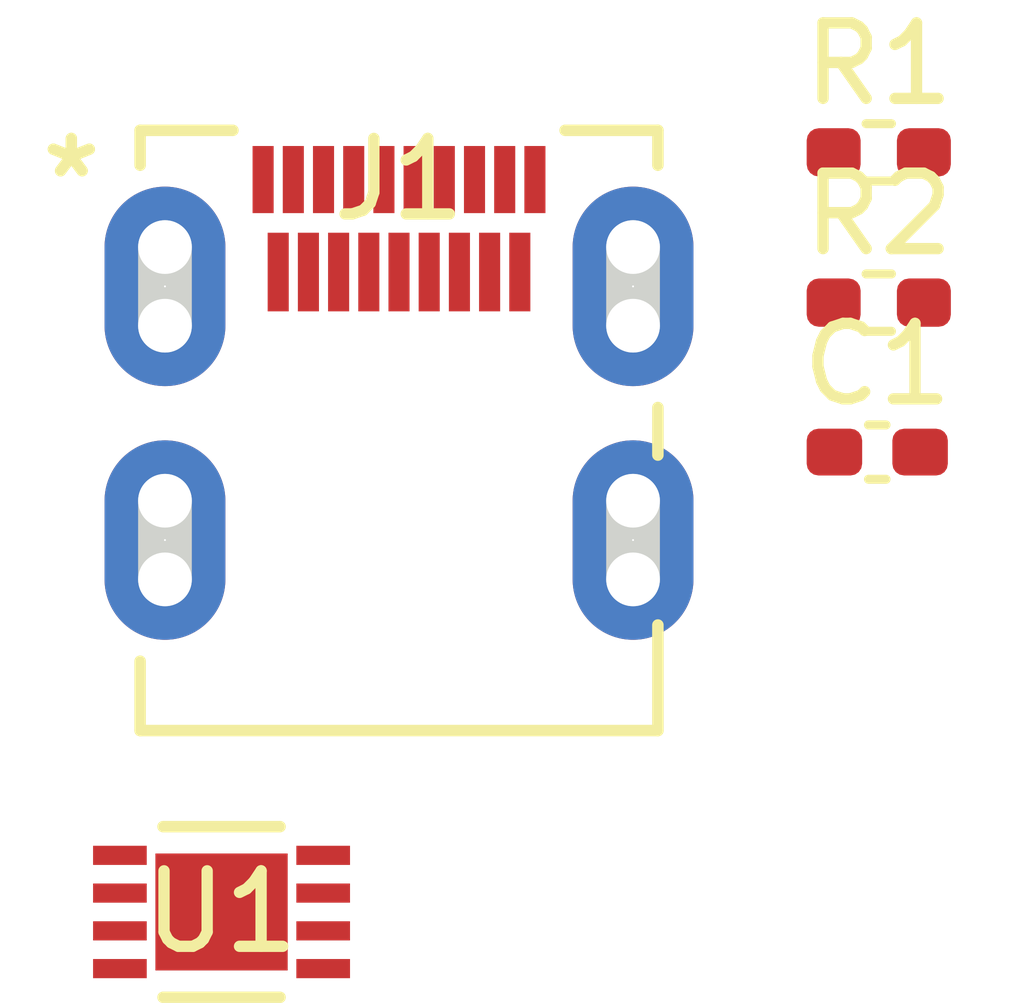
<source format=kicad_pcb>
(kicad_pcb (version 20240108) (generator "pcbnew") (generator_version "8.0")
  (layers (0 "F.Cu" signal) (31 "B.Cu" signal) (34 "B.Paste" user) (35 "F.Paste" user) (36 "B.SilkS" user "B.Silkscreen") (37 "F.SilkS" user "F.Silkscreen") (38 "B.Mask" user) (39 "F.Mask" user) (44 "Edge.Cuts" user))
  (net 0 "")
  (net 1 "+3.3V")
  (net 2 "GND")
  (net 22 "Net-(U1-SDA)")
  (net 23 "Net-(U1-SCL)")
  (footprint "Resistor_SMD:R_0402_1005Metric_Pad0.72x0.64mm_HandSolder" (layer "F.Cu") (at 143.9525 77.53)
    (property "Reference" "R1" (at 0 -1.17 0) (layer "F.SilkS"))
    (property "Value" "4.7k")
    (fp_line (start -0.167621 -0.38) (end 0.167621 -0.38) (stroke (width 0.12)) (layer "F.SilkS"))
    (fp_line (start -0.167621 0.38) (end 0.167621 0.38) (stroke (width 0.12)) (layer "F.SilkS"))
    (pad "1" smd roundrect (at -0.5975 0) (size 0.715 0.64) (layers "F.Cu" "F.Paste" "F.Mask") (net 1 "+3.3V"))
    (pad "2" smd roundrect (at 0.5975 0) (size 0.715 0.64) (layers "F.Cu" "F.Paste" "F.Mask") (net 22 "Net-(U1-SDA)"))
  )
  (footprint "Capacitor_SMD:C_0402_1005Metric_Pad0.74x0.62mm_HandSolder" (layer "F.Cu") (at 143.9325 81.5)
    (property "Reference" "C1" (at 0 -1.16 0) (layer "F.SilkS"))
    (property "Value" "10uF")
    (fp_line (start -0.115835 -0.36) (end 0.115835 -0.36) (stroke (width 0.12)) (layer "F.SilkS"))
    (fp_line (start -0.115835 0.36) (end 0.115835 0.36) (stroke (width 0.12)) (layer "F.SilkS"))
    (pad "1" smd roundrect (at -0.5675 0) (size 0.735 0.62) (layers "F.Cu" "F.Paste" "F.Mask") (net 2 "GND"))
    (pad "2" smd roundrect (at 0.5675 0) (size 0.735 0.62) (layers "F.Cu" "F.Paste" "F.Mask") (net 1 "+3.3V"))
  )
  (footprint "1_custom_library:DFN8_2x3MC_MCH-L" (layer "F.Cu") (at 135.2471 87.5915)
    (property "Reference" "U1" (at 0 0 0) (layer "F.SilkS"))
    (property "Value" "24LC32")
    (fp_line (start -0.774833 1.1303) (end 0.774833 1.1303) (stroke (width 0.1524)) (layer "F.SilkS"))
    (fp_line (start 0.774833 -1.1303) (end -0.774833 -1.1303) (stroke (width 0.1524)) (layer "F.SilkS"))
    (pad "1" smd rect (at -1.3462 -0.750001) (size 0.7112 0.254) (layers "F.Cu" "F.Paste" "F.Mask") (net 2 "GND"))
    (pad "2" smd rect (at -1.3462 -0.25) (size 0.7112 0.254) (layers "F.Cu" "F.Paste" "F.Mask") (net 2 "GND"))
    (pad "3" smd rect (at -1.3462 0.25) (size 0.7112 0.254) (layers "F.Cu" "F.Paste" "F.Mask") (net 2 "GND"))
    (pad "4" smd rect (at -1.3462 0.750001) (size 0.7112 0.254) (layers "F.Cu" "F.Paste" "F.Mask") (net 2 "GND"))
    (pad "5" smd rect (at 1.3462 0.750001) (size 0.7112 0.254) (layers "F.Cu" "F.Paste" "F.Mask") (net 22 "Net-(U1-SDA)"))
    (pad "6" smd rect (at 1.3462 0.25) (size 0.7112 0.254) (layers "F.Cu" "F.Paste" "F.Mask") (net 23 "Net-(U1-SCL)"))
    (pad "7" smd rect (at 1.3462 -0.25) (size 0.7112 0.254) (layers "F.Cu" "F.Paste" "F.Mask") (net 2 "GND"))
    (pad "8" smd rect (at 1.3462 -0.750001) (size 0.7112 0.254) (layers "F.Cu" "F.Paste" "F.Mask") (net 1 "+3.3V"))
    (pad "9" smd rect (at 0 0) (size 1.7526 1.5494) (layers "F.Cu" "F.Paste" "F.Mask"))
  )
  (footprint "Resistor_SMD:R_0402_1005Metric_Pad0.72x0.64mm_HandSolder" (layer "F.Cu") (at 143.9525 79.52)
    (property "Reference" "R2" (at 0 -1.17 0) (layer "F.SilkS"))
    (property "Value" "4.7k")
    (fp_line (start -0.167621 -0.38) (end 0.167621 -0.38) (stroke (width 0.12)) (layer "F.SilkS"))
    (fp_line (start -0.167621 0.38) (end 0.167621 0.38) (stroke (width 0.12)) (layer "F.SilkS"))
    (pad "1" smd roundrect (at -0.5975 0) (size 0.715 0.64) (layers "F.Cu" "F.Paste" "F.Mask") (net 1 "+3.3V"))
    (pad "2" smd roundrect (at 0.5975 0) (size 0.715 0.64) (layers "F.Cu" "F.Paste" "F.Mask") (net 23 "Net-(U1-SCL)"))
  )
  (footprint "1_custom_library:46765-1001_MOL" (layer "F.Cu") (at 137.5978 81.2133)
    (property "Reference" "J1" (at 0 -3.3231 0) (layer "F.SilkS"))
    (property "Value" "HDMI_D_1.4")
    (fp_line (start -3.429 -3.9751) (end -3.429 -3.512814) (stroke (width 0.1524)) (layer "F.SilkS"))
    (fp_line (start -3.429 3.056613) (end -3.429 3.9751) (stroke (width 0.1524)) (layer "F.SilkS"))
    (fp_line (start -3.429 3.9751) (end 3.429 3.9751) (stroke (width 0.1524)) (layer "F.SilkS"))
    (fp_line (start -2.199813 -3.9751) (end -3.429 -3.9751) (stroke (width 0.1524)) (layer "F.SilkS"))
    (fp_line (start 3.429 -3.9751) (end 2.199813 -3.9751) (stroke (width 0.1524)) (layer "F.SilkS"))
    (fp_line (start 3.429 -3.512814) (end 3.429 -3.9751) (stroke (width 0.1524)) (layer "F.SilkS"))
    (fp_line (start 3.429 0.326575) (end 3.429 -0.303386) (stroke (width 0.1524)) (layer "F.SilkS"))
    (fp_line (start 3.429 3.9751) (end 3.429 2.577224) (stroke (width 0.1524)) (layer "F.SilkS"))
    (fp_line (start -3.1 -1.3874) (end -3.1 -2.4288) (stroke (width 0.7112)) (layer "Edge.Cuts"))
    (fp_line (start -3.1 1.9726) (end -3.1 0.9312) (stroke (width 0.7112)) (layer "Edge.Cuts"))
    (fp_line (start 3.1 -1.3874) (end 3.1 -2.4288) (stroke (width 0.7112)) (layer "Edge.Cuts"))
    (fp_line (start 3.1 1.9726) (end 3.1 0.9312) (stroke (width 0.7112)) (layer "Edge.Cuts"))
    (fp_text user "*" (at -4.34 -3.3231 0) (layer "F.SilkS"))
    (fp_text user "*" (at -4.34 -3.3231 0) (layer "F.SilkS"))
    (pad "" np_thru_hole circle (at -3.1 -2.4288) (size 0.7112 0.7112) (drill 0.7112) (layers "*.Cu" "*.Mask"))
    (pad "" np_thru_hole circle (at -3.1 -1.3874) (size 0.7112 0.7112) (drill 0.7112) (layers "*.Cu" "*.Mask"))
    (pad "" np_thru_hole circle (at -3.1 0.9312) (size 0.7112 0.7112) (drill 0.7112) (layers "*.Cu" "*.Mask"))
    (pad "" np_thru_hole circle (at -3.1 1.9726) (size 0.7112 0.7112) (drill 0.7112) (layers "*.Cu" "*.Mask"))
    (pad "" np_thru_hole circle (at 3.1 -2.4288) (size 0.7112 0.7112) (drill 0.7112) (layers "*.Cu" "*.Mask"))
    (pad "" np_thru_hole circle (at 3.1 -1.3874) (size 0.7112 0.7112) (drill 0.7112) (layers "*.Cu" "*.Mask"))
    (pad "" np_thru_hole circle (at 3.1 0.9312) (size 0.7112 0.7112) (drill 0.7112) (layers "*.Cu" "*.Mask"))
    (pad "" np_thru_hole circle (at 3.1 1.9726) (size 0.7112 0.7112) (drill 0.7112) (layers "*.Cu" "*.Mask"))
    (pad "1" smd rect (at 1.799999 -3.3231) (size 0.2794 0.889) (layers "F.Cu" "F.Paste" "F.Mask"))
    (pad "2" smd rect (at 1.599999 -2.098101) (size 0.2794 1.0414) (layers "F.Cu" "F.Paste" "F.Mask"))
    (pad "3" smd rect (at 1.4 -3.3231) (size 0.2794 0.889) (layers "F.Cu" "F.Paste" "F.Mask"))
    (pad "4" smd rect (at 1.2 -2.098101) (size 0.2794 1.0414) (layers "F.Cu" "F.Paste" "F.Mask"))
    (pad "5" smd rect (at 1.000001 -3.3231) (size 0.2794 0.889) (layers "F.Cu" "F.Paste" "F.Mask"))
    (pad "6" smd rect (at 0.799998 -2.098101) (size 0.2794 1.0414) (layers "F.Cu" "F.Paste" "F.Mask"))
    (pad "7" smd rect (at 0.599999 -3.3231) (size 0.2794 0.889) (layers "F.Cu" "F.Paste" "F.Mask"))
    (pad "8" smd rect (at 0.399999 -2.098101) (size 0.2794 1.0414) (layers "F.Cu" "F.Paste" "F.Mask"))
    (pad "9" smd rect (at 0.2 -3.3231) (size 0.2794 0.889) (layers "F.Cu" "F.Paste" "F.Mask"))
    (pad "10" smd rect (at 0 -2.098101) (size 0.2794 1.0414) (layers "F.Cu" "F.Paste" "F.Mask"))
    (pad "11" smd rect (at -0.2 -3.3231) (size 0.2794 0.889) (layers "F.Cu" "F.Paste" "F.Mask"))
    (pad "12" smd rect (at -0.399999 -2.098101) (size 0.2794 1.0414) (layers "F.Cu" "F.Paste" "F.Mask"))
    (pad "13" smd rect (at -0.600001 -3.3231) (size 0.2794 0.889) (layers "F.Cu" "F.Paste" "F.Mask"))
    (pad "14" smd rect (at -0.800001 -2.098101) (size 0.2794 1.0414) (layers "F.Cu" "F.Paste" "F.Mask"))
    (pad "15" smd rect (at -1.000001 -3.3231) (size 0.2794 0.889) (layers "F.Cu" "F.Paste" "F.Mask"))
    (pad "16" smd rect (at -1.2 -2.098101) (size 0.2794 1.0414) (layers "F.Cu" "F.Paste" "F.Mask"))
    (pad "17" smd rect (at -1.4 -3.3231) (size 0.2794 0.889) (layers "F.Cu" "F.Paste" "F.Mask"))
    (pad "18" smd rect (at -1.599999 -2.098101) (size 0.2794 1.0414) (layers "F.Cu" "F.Paste" "F.Mask"))
    (pad "19" smd rect (at -1.799999 -3.3231) (size 0.2794 0.889) (layers "F.Cu" "F.Paste" "F.Mask"))
    (pad "S_1" thru_hole oval (at -3.1 -1.9081 90) (size 2.6416 1.6002) (drill 0.0254) (layers "*.Cu" "*.Mask"))
    (pad "S_2" thru_hole oval (at 3.1 -1.9081 90) (size 2.6416 1.6002) (drill 0.0254) (layers "*.Cu" "*.Mask"))
    (pad "S_3" thru_hole oval (at -3.1 1.4519 90) (size 2.6416 1.6002) (drill 0.0254) (layers "*.Cu" "*.Mask"))
    (pad "S_4" thru_hole oval (at 3.1 1.4519 90) (size 2.6416 1.6002) (drill 0.0254) (layers "*.Cu" "*.Mask"))
  )
)
</source>
